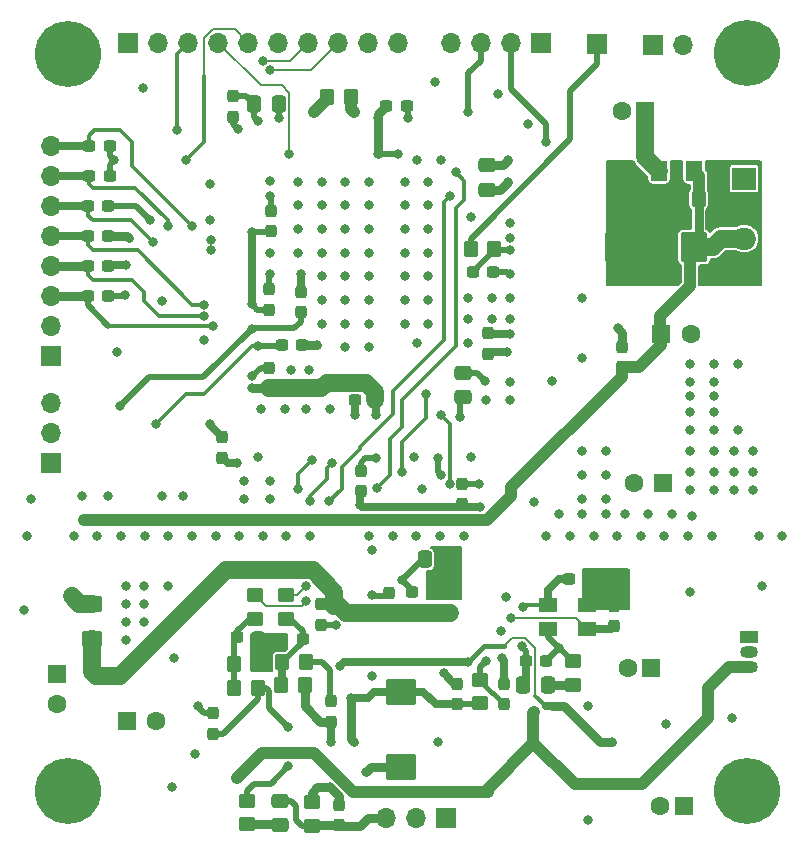
<source format=gbl>
G04 #@! TF.GenerationSoftware,KiCad,Pcbnew,7.0.2*
G04 #@! TF.CreationDate,2023-11-02T18:56:16+01:00*
G04 #@! TF.ProjectId,stm_audio_board_V2,73746d5f-6175-4646-996f-5f626f617264,rev?*
G04 #@! TF.SameCoordinates,Original*
G04 #@! TF.FileFunction,Copper,L4,Bot*
G04 #@! TF.FilePolarity,Positive*
%FSLAX46Y46*%
G04 Gerber Fmt 4.6, Leading zero omitted, Abs format (unit mm)*
G04 Created by KiCad (PCBNEW 7.0.2) date 2023-11-02 18:56:16*
%MOMM*%
%LPD*%
G01*
G04 APERTURE LIST*
G04 Aperture macros list*
%AMRoundRect*
0 Rectangle with rounded corners*
0 $1 Rounding radius*
0 $2 $3 $4 $5 $6 $7 $8 $9 X,Y pos of 4 corners*
0 Add a 4 corners polygon primitive as box body*
4,1,4,$2,$3,$4,$5,$6,$7,$8,$9,$2,$3,0*
0 Add four circle primitives for the rounded corners*
1,1,$1+$1,$2,$3*
1,1,$1+$1,$4,$5*
1,1,$1+$1,$6,$7*
1,1,$1+$1,$8,$9*
0 Add four rect primitives between the rounded corners*
20,1,$1+$1,$2,$3,$4,$5,0*
20,1,$1+$1,$4,$5,$6,$7,0*
20,1,$1+$1,$6,$7,$8,$9,0*
20,1,$1+$1,$8,$9,$2,$3,0*%
G04 Aperture macros list end*
G04 #@! TA.AperFunction,ComponentPad*
%ADD10C,5.600000*%
G04 #@! TD*
G04 #@! TA.AperFunction,ComponentPad*
%ADD11R,2.000000X1.905000*%
G04 #@! TD*
G04 #@! TA.AperFunction,ComponentPad*
%ADD12O,2.000000X1.905000*%
G04 #@! TD*
G04 #@! TA.AperFunction,ComponentPad*
%ADD13R,1.500000X1.050000*%
G04 #@! TD*
G04 #@! TA.AperFunction,ComponentPad*
%ADD14O,1.500000X1.050000*%
G04 #@! TD*
G04 #@! TA.AperFunction,ComponentPad*
%ADD15R,1.700000X1.700000*%
G04 #@! TD*
G04 #@! TA.AperFunction,ComponentPad*
%ADD16O,1.700000X1.700000*%
G04 #@! TD*
G04 #@! TA.AperFunction,SMDPad,CuDef*
%ADD17RoundRect,0.237500X-0.237500X0.300000X-0.237500X-0.300000X0.237500X-0.300000X0.237500X0.300000X0*%
G04 #@! TD*
G04 #@! TA.AperFunction,SMDPad,CuDef*
%ADD18RoundRect,0.237500X-0.300000X-0.237500X0.300000X-0.237500X0.300000X0.237500X-0.300000X0.237500X0*%
G04 #@! TD*
G04 #@! TA.AperFunction,SMDPad,CuDef*
%ADD19RoundRect,0.250000X0.337500X0.475000X-0.337500X0.475000X-0.337500X-0.475000X0.337500X-0.475000X0*%
G04 #@! TD*
G04 #@! TA.AperFunction,ComponentPad*
%ADD20R,1.600000X1.600000*%
G04 #@! TD*
G04 #@! TA.AperFunction,ComponentPad*
%ADD21C,1.600000*%
G04 #@! TD*
G04 #@! TA.AperFunction,SMDPad,CuDef*
%ADD22RoundRect,0.250000X0.350000X0.450000X-0.350000X0.450000X-0.350000X-0.450000X0.350000X-0.450000X0*%
G04 #@! TD*
G04 #@! TA.AperFunction,SMDPad,CuDef*
%ADD23R,1.600000X1.300000*%
G04 #@! TD*
G04 #@! TA.AperFunction,SMDPad,CuDef*
%ADD24RoundRect,0.237500X0.300000X0.237500X-0.300000X0.237500X-0.300000X-0.237500X0.300000X-0.237500X0*%
G04 #@! TD*
G04 #@! TA.AperFunction,SMDPad,CuDef*
%ADD25RoundRect,0.250001X-0.462499X-0.624999X0.462499X-0.624999X0.462499X0.624999X-0.462499X0.624999X0*%
G04 #@! TD*
G04 #@! TA.AperFunction,SMDPad,CuDef*
%ADD26RoundRect,0.250000X-0.450000X0.350000X-0.450000X-0.350000X0.450000X-0.350000X0.450000X0.350000X0*%
G04 #@! TD*
G04 #@! TA.AperFunction,SMDPad,CuDef*
%ADD27RoundRect,0.237500X0.237500X-0.300000X0.237500X0.300000X-0.237500X0.300000X-0.237500X-0.300000X0*%
G04 #@! TD*
G04 #@! TA.AperFunction,SMDPad,CuDef*
%ADD28RoundRect,0.250000X-1.025000X0.875000X-1.025000X-0.875000X1.025000X-0.875000X1.025000X0.875000X0*%
G04 #@! TD*
G04 #@! TA.AperFunction,SMDPad,CuDef*
%ADD29RoundRect,0.250000X-0.350000X-0.450000X0.350000X-0.450000X0.350000X0.450000X-0.350000X0.450000X0*%
G04 #@! TD*
G04 #@! TA.AperFunction,SMDPad,CuDef*
%ADD30RoundRect,0.250001X-0.624999X0.462499X-0.624999X-0.462499X0.624999X-0.462499X0.624999X0.462499X0*%
G04 #@! TD*
G04 #@! TA.AperFunction,SMDPad,CuDef*
%ADD31RoundRect,0.250000X-0.475000X0.337500X-0.475000X-0.337500X0.475000X-0.337500X0.475000X0.337500X0*%
G04 #@! TD*
G04 #@! TA.AperFunction,SMDPad,CuDef*
%ADD32RoundRect,0.250000X-0.337500X-0.475000X0.337500X-0.475000X0.337500X0.475000X-0.337500X0.475000X0*%
G04 #@! TD*
G04 #@! TA.AperFunction,SMDPad,CuDef*
%ADD33RoundRect,0.250000X0.450000X-0.350000X0.450000X0.350000X-0.450000X0.350000X-0.450000X-0.350000X0*%
G04 #@! TD*
G04 #@! TA.AperFunction,SMDPad,CuDef*
%ADD34RoundRect,0.250000X0.475000X-0.337500X0.475000X0.337500X-0.475000X0.337500X-0.475000X-0.337500X0*%
G04 #@! TD*
G04 #@! TA.AperFunction,SMDPad,CuDef*
%ADD35RoundRect,0.250000X0.875000X1.025000X-0.875000X1.025000X-0.875000X-1.025000X0.875000X-1.025000X0*%
G04 #@! TD*
G04 #@! TA.AperFunction,ViaPad*
%ADD36C,0.800000*%
G04 #@! TD*
G04 #@! TA.AperFunction,Conductor*
%ADD37C,0.762000*%
G04 #@! TD*
G04 #@! TA.AperFunction,Conductor*
%ADD38C,0.508000*%
G04 #@! TD*
G04 #@! TA.AperFunction,Conductor*
%ADD39C,0.635000*%
G04 #@! TD*
G04 #@! TA.AperFunction,Conductor*
%ADD40C,1.016000*%
G04 #@! TD*
G04 #@! TA.AperFunction,Conductor*
%ADD41C,0.200000*%
G04 #@! TD*
G04 #@! TA.AperFunction,Conductor*
%ADD42C,1.524000*%
G04 #@! TD*
G04 #@! TA.AperFunction,Conductor*
%ADD43C,0.304800*%
G04 #@! TD*
G04 #@! TA.AperFunction,Conductor*
%ADD44C,0.400000*%
G04 #@! TD*
G04 #@! TA.AperFunction,Conductor*
%ADD45C,0.500000*%
G04 #@! TD*
G04 APERTURE END LIST*
D10*
X245099000Y-112333000D03*
D11*
X244877000Y-60471000D03*
D12*
X244877000Y-63011000D03*
X244877000Y-65551000D03*
D13*
X245325000Y-99275000D03*
D14*
X245325000Y-100545000D03*
X245325000Y-101815000D03*
D15*
X232457000Y-49069000D03*
X192739000Y-48975000D03*
D16*
X195279000Y-48975000D03*
X197819000Y-48975000D03*
X200359000Y-48975000D03*
X202899000Y-48975000D03*
X205439000Y-48975000D03*
X207979000Y-48975000D03*
X210519000Y-48975000D03*
X213059000Y-48975000D03*
X215599000Y-48975000D03*
D10*
X187599000Y-49887000D03*
X245099000Y-49833000D03*
X187599000Y-112333000D03*
D15*
X186229000Y-84563000D03*
D16*
X186229000Y-82023000D03*
X186229000Y-79483000D03*
D15*
X186229000Y-75455000D03*
D16*
X186229000Y-72915000D03*
X186229000Y-70375000D03*
X186229000Y-67835000D03*
X186229000Y-65295000D03*
X186229000Y-62755000D03*
X186229000Y-60215000D03*
X186229000Y-57675000D03*
D15*
X237187000Y-49127000D03*
D16*
X239727000Y-49127000D03*
D15*
X227633000Y-48975000D03*
D16*
X225093000Y-48975000D03*
X222553000Y-48975000D03*
X220013000Y-48975000D03*
D15*
X219613000Y-114601000D03*
D16*
X217073000Y-114601000D03*
X214533000Y-114601000D03*
D17*
X220543000Y-103238524D03*
X220543000Y-104963524D03*
D18*
X189314500Y-67885000D03*
X191039500Y-67885000D03*
D17*
X200657000Y-82378500D03*
X200657000Y-84103500D03*
D19*
X241010500Y-62163000D03*
X238935500Y-62163000D03*
D20*
X236498241Y-54733000D03*
D21*
X234498241Y-54733000D03*
D22*
X203674999Y-103569000D03*
X201674999Y-103569000D03*
D23*
X228309000Y-96595000D03*
X231609000Y-96595000D03*
X231609000Y-98595000D03*
X228309000Y-98595000D03*
D24*
X223603500Y-68346334D03*
X221878500Y-68346334D03*
D25*
X237663500Y-59817000D03*
X240638500Y-59817000D03*
D26*
X206063664Y-95711000D03*
X206063664Y-97711000D03*
D22*
X203709665Y-101537000D03*
X201709665Y-101537000D03*
D20*
X192583000Y-106401759D03*
D21*
X195083000Y-106401759D03*
D18*
X201966500Y-99315004D03*
X203691500Y-99315004D03*
D24*
X213643500Y-79177000D03*
X211918500Y-79177000D03*
D20*
X186714241Y-102437000D03*
D21*
X186714241Y-104937000D03*
D18*
X189314500Y-70431000D03*
X191039500Y-70431000D03*
D27*
X234540000Y-76447500D03*
X234540000Y-74722500D03*
D28*
X215838976Y-103913000D03*
X215838976Y-110313000D03*
D20*
X237843000Y-73635759D03*
D21*
X240343000Y-73635759D03*
D26*
X222541000Y-102901024D03*
X222541000Y-104901024D03*
D24*
X218437500Y-95425000D03*
X216712500Y-95425000D03*
D29*
X205761661Y-101409000D03*
X207761661Y-101409000D03*
D30*
X189617000Y-96439500D03*
X189617000Y-99414500D03*
D31*
X223107400Y-59338300D03*
X223107400Y-61413300D03*
D27*
X204781000Y-64941500D03*
X204781000Y-63216500D03*
X220003000Y-97245500D03*
X220003000Y-95520500D03*
X207321000Y-71753500D03*
X207321000Y-70028500D03*
D32*
X217829500Y-92694000D03*
X219904500Y-92694000D03*
D24*
X231755500Y-94385000D03*
X230030500Y-94385000D03*
D29*
X209582000Y-53594000D03*
X211582000Y-53594000D03*
D27*
X224525000Y-104963524D03*
X224525000Y-103238524D03*
D18*
X189314500Y-65339000D03*
X191039500Y-65339000D03*
X205761163Y-99451000D03*
X207486163Y-99451000D03*
X189432500Y-60267000D03*
X191157500Y-60267000D03*
D17*
X209081000Y-96506500D03*
X209081000Y-98231500D03*
D26*
X203488998Y-95711000D03*
X203488998Y-97711000D03*
D27*
X212393400Y-86910700D03*
X212393400Y-85185700D03*
D17*
X210531999Y-113501500D03*
X210531999Y-115226500D03*
D27*
X201605000Y-55223500D03*
X201605000Y-53498500D03*
D18*
X189426500Y-57727000D03*
X191151500Y-57727000D03*
D22*
X223727000Y-66384334D03*
X221727000Y-66384334D03*
D33*
X202808996Y-115127000D03*
X202808996Y-113127000D03*
D27*
X204653000Y-78195500D03*
X204653000Y-76470500D03*
D34*
X221086400Y-78960300D03*
X221086400Y-76885300D03*
D27*
X221013000Y-88023500D03*
X221013000Y-86298500D03*
D33*
X230373000Y-103325000D03*
X230373000Y-101325000D03*
D20*
X237006241Y-101881000D03*
D21*
X235006241Y-101881000D03*
D20*
X239773000Y-113562241D03*
D21*
X237773000Y-113562241D03*
D19*
X228259500Y-103322000D03*
X226184500Y-103322000D03*
D33*
X208262996Y-115241000D03*
X208262996Y-113241000D03*
D27*
X209908330Y-106429500D03*
X209908330Y-104704500D03*
D18*
X189314500Y-62793000D03*
X191039500Y-62793000D03*
D17*
X223163000Y-73552500D03*
X223163000Y-75277500D03*
D27*
X204653000Y-71561500D03*
X204653000Y-69836500D03*
D35*
X240633000Y-66257000D03*
X234233000Y-66257000D03*
D19*
X205450100Y-54178200D03*
X203375100Y-54178200D03*
D34*
X205609004Y-115210500D03*
X205609004Y-113135500D03*
D18*
X205738500Y-74575000D03*
X207463500Y-74575000D03*
D27*
X233831000Y-98361500D03*
X233831000Y-96636500D03*
D18*
X214564476Y-54315000D03*
X216289476Y-54315000D03*
D17*
X199896996Y-105748501D03*
X199896996Y-107473501D03*
D20*
X238022241Y-86229000D03*
D21*
X235522241Y-86229000D03*
D27*
X214771000Y-97233494D03*
X214771000Y-95508494D03*
D24*
X228089500Y-101297000D03*
X226364500Y-101297000D03*
D22*
X207693000Y-103377668D03*
X205693000Y-103377668D03*
D36*
X210312000Y-98298000D03*
X216120000Y-70740000D03*
X225044000Y-72346000D03*
X213120000Y-60740000D03*
X207120000Y-60740000D03*
X242316000Y-80264000D03*
X248120000Y-90740000D03*
X207314800Y-68580000D03*
X245618000Y-85344000D03*
X217120000Y-90740000D03*
X240284000Y-77724000D03*
X208026000Y-76708000D03*
X204724000Y-66802000D03*
X196120000Y-90740000D03*
X211120000Y-74740000D03*
X201930000Y-84582000D03*
X240284000Y-85344000D03*
X237744000Y-68072000D03*
X244030000Y-83566000D03*
X213120000Y-66740000D03*
X194056000Y-94996000D03*
X232120000Y-90740000D03*
X207120000Y-66740000D03*
X238760000Y-88900000D03*
X207120000Y-64740000D03*
X192481200Y-70358000D03*
X231172000Y-88900000D03*
X211120000Y-68740000D03*
X235204000Y-69088000D03*
X231140000Y-83566000D03*
X200120000Y-90740000D03*
X240120000Y-90740000D03*
X233121200Y-94183200D03*
X240284000Y-86868000D03*
X204724000Y-87630000D03*
X221520000Y-70612000D03*
X192532000Y-98044000D03*
X231140000Y-87566000D03*
X237744000Y-61976000D03*
X242316000Y-76200000D03*
X213120000Y-90740000D03*
X211836000Y-54864000D03*
X234645200Y-94183200D03*
X204724000Y-60706000D03*
X240284000Y-81788000D03*
X230120000Y-90740000D03*
X216120000Y-60740000D03*
X207804000Y-80010000D03*
X213360000Y-95758000D03*
X222453200Y-86309200D03*
X198374000Y-109220000D03*
X209120000Y-64740000D03*
X236220000Y-65024000D03*
X221520000Y-72390000D03*
X213120000Y-74740000D03*
X199644000Y-64008000D03*
X242824000Y-61976000D03*
X219120000Y-90740000D03*
X231140000Y-75692000D03*
X223044000Y-79248000D03*
X192532000Y-94996000D03*
X244030000Y-85344000D03*
X245618000Y-86868000D03*
X243840000Y-106172000D03*
X244348000Y-76200000D03*
X236220000Y-63500000D03*
X213120000Y-64740000D03*
X209120000Y-66740000D03*
X234188000Y-64008000D03*
X218120000Y-60740000D03*
X242824000Y-59944000D03*
X217170000Y-74422000D03*
X202120000Y-90740000D03*
X195580000Y-70803500D03*
X218120000Y-70740000D03*
X233172000Y-87566000D03*
X233172000Y-85566000D03*
X231648000Y-114808000D03*
X231137500Y-70612000D03*
X208687000Y-74575000D03*
X202539600Y-87630000D03*
X216916000Y-84074000D03*
X242316000Y-81788000D03*
X194056000Y-98044000D03*
X236220000Y-68072000D03*
X194564000Y-64008000D03*
X218120000Y-62740000D03*
X216408000Y-55372000D03*
X239268000Y-63500000D03*
X195580000Y-87376000D03*
X206502000Y-76708000D03*
X218948000Y-94234000D03*
X246120000Y-90740000D03*
X224282000Y-98806000D03*
X242284000Y-86868000D03*
X216120000Y-68740000D03*
X203200000Y-77216000D03*
X217202000Y-58928000D03*
X211918500Y-80518000D03*
X238252000Y-106680000D03*
X213664800Y-84124800D03*
X211120000Y-66740000D03*
X224790000Y-75184000D03*
X221742000Y-84074000D03*
X211120000Y-64740000D03*
X244348000Y-69088000D03*
X209804000Y-80010000D03*
X233172000Y-83566000D03*
X211120000Y-60740000D03*
X244348000Y-81788000D03*
X228120000Y-90740000D03*
X221488000Y-74422000D03*
X209804000Y-112014000D03*
X208120000Y-90740000D03*
X219202000Y-58928000D03*
X192532000Y-99568000D03*
X184120000Y-90740000D03*
X228600000Y-77597000D03*
X237744000Y-66548000D03*
X198120000Y-90740000D03*
X198628000Y-105156000D03*
X234188000Y-73152000D03*
X209120000Y-60740000D03*
X236728000Y-69088000D03*
X234120000Y-90740000D03*
X236220000Y-66548000D03*
X224332800Y-101092000D03*
X203994000Y-80010000D03*
X211120000Y-70740000D03*
X204724000Y-86106000D03*
X209120000Y-72740000D03*
X194120000Y-90740000D03*
X242120000Y-90740000D03*
X233680000Y-69088000D03*
X225044000Y-70612000D03*
X213360000Y-102616000D03*
X219456000Y-102362000D03*
X206120000Y-90740000D03*
X199745600Y-65633600D03*
X242316000Y-77724000D03*
X216120000Y-62740000D03*
X215120000Y-90740000D03*
X223520000Y-72390000D03*
X237744000Y-63500000D03*
X184531000Y-87630000D03*
X229172000Y-88900000D03*
X242284000Y-85344000D03*
X199136000Y-74168000D03*
X188823600Y-87376000D03*
X202539600Y-86106000D03*
X240284000Y-83566000D03*
X234645200Y-95199200D03*
X225044000Y-64262000D03*
X236120000Y-90740000D03*
X231648000Y-105156000D03*
X238120000Y-90740000D03*
X209120000Y-70740000D03*
X225044000Y-77724000D03*
X191770000Y-75184000D03*
X220345000Y-94234000D03*
X217576400Y-86715600D03*
X245618000Y-83566000D03*
X235204000Y-60960000D03*
X196437523Y-111960705D03*
X222961200Y-77622400D03*
X225044000Y-79248000D03*
X237744000Y-65024000D03*
X204724000Y-100457000D03*
X199745600Y-66548000D03*
X194056000Y-96520000D03*
X205994000Y-80010000D03*
X234760000Y-88900000D03*
X218120000Y-72740000D03*
X242824000Y-67564000D03*
X246380000Y-94996000D03*
X236760000Y-88900000D03*
X240284000Y-95504000D03*
X218120000Y-64740000D03*
X218120000Y-68740000D03*
X209120000Y-68740000D03*
X245872000Y-69088000D03*
X218948000Y-108204000D03*
X223520000Y-70612000D03*
X236220000Y-61976000D03*
X211120000Y-72740000D03*
X234188000Y-59944000D03*
X196088000Y-94996000D03*
X209120000Y-62740000D03*
X203708000Y-55563576D03*
X216120000Y-72740000D03*
X245872000Y-67564000D03*
X231140000Y-85566000D03*
X234188000Y-61976000D03*
X221120000Y-90740000D03*
X199644000Y-60960000D03*
X191008000Y-87376000D03*
X226568000Y-55880000D03*
X244348000Y-67564000D03*
X240284000Y-76200000D03*
X213120000Y-68740000D03*
X213120000Y-70740000D03*
X224028000Y-53340000D03*
X204120000Y-90740000D03*
X224698128Y-95918628D03*
X213120000Y-72740000D03*
X192786000Y-65532000D03*
X188120000Y-90740000D03*
X216120000Y-64740000D03*
X212852000Y-110744000D03*
X211120000Y-62740000D03*
X227076000Y-87884000D03*
X192532000Y-96520000D03*
X242284000Y-83566000D03*
X216120000Y-66740000D03*
X192120000Y-90740000D03*
X242824000Y-69088000D03*
X196596000Y-101092000D03*
X240284000Y-80264000D03*
X233121200Y-95199200D03*
X233172000Y-88900000D03*
X218120000Y-66740000D03*
X204724000Y-61976000D03*
X197358000Y-87376000D03*
X244030000Y-86868000D03*
X203708000Y-84074000D03*
X213120000Y-62740000D03*
X204724000Y-68580000D03*
X190120000Y-90740000D03*
X225044000Y-65532000D03*
X229209250Y-100177250D03*
X225044000Y-68580000D03*
X238252000Y-69088000D03*
X240437000Y-89057000D03*
X242316000Y-78846000D03*
X207120000Y-62740000D03*
X213360000Y-91948000D03*
X183896000Y-97028000D03*
X191516000Y-58928000D03*
X221742000Y-63754000D03*
X192532000Y-67818000D03*
X242824000Y-63500000D03*
X240284000Y-78846000D03*
X224840800Y-60756800D03*
X208471500Y-54852158D03*
X196850000Y-56388000D03*
X206360613Y-58420000D03*
X197612000Y-58928000D03*
X204136671Y-50499267D03*
X188976000Y-89408000D03*
X187960000Y-95813000D03*
X204724000Y-51308000D03*
X222474344Y-88285000D03*
X203200000Y-65024000D03*
X203200000Y-71120000D03*
X213868000Y-55372000D03*
X193979800Y-52781200D03*
X215571500Y-58420000D03*
X202058288Y-56259712D03*
X225044000Y-73660000D03*
X199644000Y-81280000D03*
X218694000Y-52324000D03*
X212344000Y-88138000D03*
X213676500Y-80518000D03*
X203200000Y-78232000D03*
X213868000Y-58420000D03*
X223012000Y-101346000D03*
X219938500Y-86360000D03*
X219202000Y-80518000D03*
X217932000Y-78740000D03*
X215900000Y-85344000D03*
X208280000Y-84328000D03*
X207120000Y-86740000D03*
X219188622Y-85584622D03*
X218948000Y-84136500D03*
X209745378Y-87798622D03*
X219964000Y-61976000D03*
X213763211Y-86656289D03*
X220472000Y-59944000D03*
X208120000Y-87740000D03*
X210005833Y-84529833D03*
X211836000Y-108204000D03*
X211601000Y-104413000D03*
X210171622Y-96633622D03*
X189992000Y-102616000D03*
X214771000Y-97233494D03*
X225044000Y-66548000D03*
X225171000Y-97645000D03*
X226187000Y-96774000D03*
X226060000Y-100076000D03*
X201930000Y-111252000D03*
X227025721Y-108254279D03*
X227076000Y-105664000D03*
X210693000Y-101727000D03*
X233680000Y-108204000D03*
X221491442Y-101403096D03*
X215900000Y-94488000D03*
X228092000Y-57404000D03*
X221488000Y-54864000D03*
X207772000Y-94996000D03*
X207772000Y-96266000D03*
X206248000Y-110236000D03*
X195072000Y-81280000D03*
X203708000Y-74676000D03*
X199136000Y-72136000D03*
X198120000Y-64516000D03*
X199884622Y-72911378D03*
X196088000Y-64516000D03*
X194789157Y-65814843D03*
X192024000Y-79756000D03*
X203195076Y-73156924D03*
X199120535Y-71135465D03*
X209905600Y-108204000D03*
X206248000Y-106934000D03*
X220827600Y-80619600D03*
X224872000Y-58928000D03*
X205486000Y-55372000D03*
D37*
X234188000Y-73152000D02*
X234569000Y-73533000D01*
D38*
X202695400Y-53498500D02*
X203375100Y-54178200D01*
X223603500Y-68346334D02*
X224810334Y-68346334D01*
D37*
X224184300Y-61413300D02*
X224840800Y-60756800D01*
D39*
X220332524Y-103238524D02*
X219456000Y-102362000D01*
D38*
X229209250Y-100177250D02*
X228089500Y-101297000D01*
X201605000Y-53498500D02*
X202695400Y-53498500D01*
D40*
X211582000Y-53594000D02*
X211582000Y-54610000D01*
D38*
X204781000Y-62033000D02*
X204724000Y-61976000D01*
D39*
X224790000Y-75184000D02*
X223256500Y-75184000D01*
D38*
X229225250Y-100177250D02*
X230373000Y-101325000D01*
D39*
X207321000Y-68586200D02*
X207321000Y-70028500D01*
D37*
X208687000Y-74575000D02*
X207463500Y-74575000D01*
D38*
X191151500Y-58563500D02*
X191516000Y-58928000D01*
X194564000Y-64008000D02*
X193349000Y-62793000D01*
D41*
X213360000Y-91948000D02*
X213471000Y-92059000D01*
D37*
X208280000Y-112944000D02*
X208280000Y-112471200D01*
D38*
X191516000Y-58928000D02*
X191157500Y-59286500D01*
X204781000Y-63216500D02*
X204781000Y-62033000D01*
D39*
X201930000Y-84582000D02*
X201135500Y-84582000D01*
D38*
X210312000Y-98298000D02*
X209147500Y-98298000D01*
X216408000Y-55372000D02*
X216408000Y-54433524D01*
X229209250Y-100177250D02*
X229225250Y-100177250D01*
X224810334Y-68346334D02*
X225044000Y-68580000D01*
X204653000Y-68651000D02*
X204724000Y-68580000D01*
D40*
X211582000Y-54610000D02*
X211836000Y-54864000D01*
D38*
X204653000Y-69836500D02*
X204653000Y-68651000D01*
X214771000Y-95762494D02*
X213364494Y-95762494D01*
X216408000Y-54433524D02*
X216289476Y-54315000D01*
D37*
X234569000Y-74693500D02*
X234540000Y-74722500D01*
D39*
X207314800Y-68580000D02*
X207321000Y-68586200D01*
D38*
X228309000Y-99277000D02*
X228309000Y-98595000D01*
D41*
X213364494Y-95762494D02*
X213360000Y-95758000D01*
D39*
X220522800Y-103218324D02*
X220543000Y-103238524D01*
D38*
X222453200Y-86309200D02*
X222442500Y-86298500D01*
D39*
X220543000Y-103238524D02*
X220332524Y-103238524D01*
D37*
X208577000Y-113241000D02*
X208280000Y-112944000D01*
X208737200Y-112014000D02*
X209804000Y-112014000D01*
X238935500Y-62163000D02*
X237931000Y-62163000D01*
X208280000Y-112471200D02*
X208737200Y-112014000D01*
D38*
X212393400Y-85185700D02*
X212393400Y-84532600D01*
D37*
X210531999Y-113501500D02*
X210531999Y-112741999D01*
X215838976Y-110313000D02*
X213283000Y-110313000D01*
X210531999Y-112741999D02*
X209804000Y-112014000D01*
D38*
X191157500Y-59286500D02*
X191157500Y-60267000D01*
X212393400Y-84532600D02*
X212801200Y-84124800D01*
X221086400Y-76885300D02*
X222224100Y-76885300D01*
X198628000Y-105240501D02*
X198628000Y-105156000D01*
D37*
X192593000Y-65339000D02*
X192786000Y-65532000D01*
D38*
X191151500Y-57727000D02*
X191151500Y-58563500D01*
X204653000Y-76470500D02*
X203945500Y-76470500D01*
X222442500Y-86298500D02*
X221013000Y-86298500D01*
X193349000Y-62793000D02*
X191039500Y-62793000D01*
D37*
X213283000Y-110313000D02*
X212852000Y-110744000D01*
D38*
X229209250Y-100177250D02*
X228309000Y-99277000D01*
X192481200Y-70358000D02*
X192408200Y-70431000D01*
X203375100Y-55230676D02*
X203375100Y-54178200D01*
D37*
X234233000Y-64053000D02*
X234188000Y-64008000D01*
D39*
X224332800Y-101092000D02*
X224525000Y-101284200D01*
D38*
X192408200Y-70431000D02*
X191039500Y-70431000D01*
D37*
X223107400Y-61413300D02*
X224184300Y-61413300D01*
D38*
X212801200Y-84124800D02*
X213664800Y-84124800D01*
X199136000Y-105748501D02*
X198628000Y-105240501D01*
D39*
X201135500Y-84582000D02*
X200657000Y-84103500D01*
X192532000Y-67818000D02*
X191106500Y-67818000D01*
X211918500Y-80518000D02*
X211918500Y-79177000D01*
D37*
X191039500Y-65339000D02*
X192593000Y-65339000D01*
D38*
X203708000Y-55563576D02*
X203375100Y-55230676D01*
D42*
X234233000Y-66257000D02*
X234233000Y-64053000D01*
D39*
X224525000Y-101284200D02*
X224525000Y-103238524D01*
D38*
X222224100Y-76885300D02*
X222961200Y-77622400D01*
X199136000Y-105748501D02*
X199896996Y-105748501D01*
X203945500Y-76470500D02*
X203200000Y-77216000D01*
D37*
X234569000Y-73533000D02*
X234569000Y-74693500D01*
D38*
X191106500Y-67818000D02*
X191039500Y-67885000D01*
D37*
X237931000Y-62163000D02*
X237744000Y-61976000D01*
D40*
X209582000Y-53594000D02*
X209582000Y-53741658D01*
X209582000Y-53741658D02*
X208471500Y-54852158D01*
D43*
X196850000Y-49944000D02*
X197819000Y-48975000D01*
X196850000Y-56388000D02*
X196850000Y-49944000D01*
D41*
X206360613Y-53198613D02*
X205740000Y-52578000D01*
X205740000Y-52578000D02*
X203962000Y-52578000D01*
X206360613Y-58420000D02*
X206360613Y-53198613D01*
X203962000Y-52578000D02*
X200359000Y-48975000D01*
X199882654Y-47825000D02*
X199136000Y-48571654D01*
X201749000Y-47825000D02*
X199882654Y-47825000D01*
D43*
X197612000Y-58928000D02*
X199136000Y-57404000D01*
D41*
X202899000Y-48975000D02*
X201749000Y-47825000D01*
X199136000Y-48571654D02*
X199136000Y-51816000D01*
D43*
X199136000Y-57404000D02*
X199136000Y-51816000D01*
D41*
X204136671Y-50499267D02*
X206454733Y-50499267D01*
X206454733Y-50499267D02*
X207979000Y-48975000D01*
D40*
X225171000Y-87376000D02*
X223139000Y-89408000D01*
X241046000Y-62127500D02*
X241010500Y-62163000D01*
D42*
X240633000Y-66257000D02*
X242204841Y-66257000D01*
D40*
X240284000Y-69596000D02*
X240284000Y-66606000D01*
X225171000Y-86604344D02*
X225171000Y-87376000D01*
X237843000Y-74577000D02*
X237843000Y-73635759D01*
D42*
X242910841Y-65551000D02*
X244877000Y-65551000D01*
D37*
X241010500Y-65879500D02*
X240633000Y-66257000D01*
D40*
X240638500Y-59817000D02*
X241046000Y-60224500D01*
X223139000Y-89408000D02*
X188976000Y-89408000D01*
X234540000Y-77235344D02*
X225171000Y-86604344D01*
X234540000Y-76447500D02*
X235972500Y-76447500D01*
D37*
X241010500Y-62163000D02*
X241010500Y-65879500D01*
D42*
X242204841Y-66257000D02*
X242910841Y-65551000D01*
D40*
X235972500Y-76447500D02*
X237843000Y-74577000D01*
X237744000Y-73536759D02*
X237744000Y-72136000D01*
X241046000Y-60224500D02*
X241046000Y-62127500D01*
X237744000Y-72136000D02*
X240284000Y-69596000D01*
X234540000Y-76447500D02*
X234540000Y-77235344D01*
D42*
X189617000Y-96439500D02*
X188586500Y-96439500D01*
X188586500Y-96439500D02*
X187960000Y-95813000D01*
D41*
X204724000Y-51308000D02*
X208186000Y-51308000D01*
X208186000Y-51308000D02*
X210519000Y-48975000D01*
X222474344Y-88285000D02*
X222212844Y-88023500D01*
D42*
X204689500Y-78232000D02*
X209042000Y-78232000D01*
X212868000Y-77740000D02*
X213643500Y-78515500D01*
D39*
X212344000Y-86960100D02*
X212393400Y-86910700D01*
X212491000Y-88285000D02*
X212344000Y-88138000D01*
D38*
X204653000Y-71561500D02*
X203641500Y-71561500D01*
D41*
X222212844Y-88023500D02*
X221013000Y-88023500D01*
D37*
X213868000Y-55372000D02*
X213868000Y-55011476D01*
D39*
X203200000Y-71120000D02*
X203200000Y-65024000D01*
X212344000Y-88138000D02*
X212344000Y-86960100D01*
X222474344Y-88285000D02*
X212491000Y-88285000D01*
D38*
X201605000Y-55223500D02*
X201605000Y-55806424D01*
D42*
X209042000Y-78232000D02*
X209534000Y-77740000D01*
X204653000Y-78195500D02*
X204689500Y-78232000D01*
D39*
X199644000Y-81365500D02*
X200657000Y-82378500D01*
D38*
X213868000Y-58420000D02*
X215571500Y-58420000D01*
D42*
X209534000Y-77740000D02*
X212868000Y-77740000D01*
D38*
X203641500Y-71561500D02*
X203200000Y-71120000D01*
D37*
X213868000Y-55372000D02*
X213868000Y-58420000D01*
D42*
X213643500Y-78515500D02*
X213643500Y-79177000D01*
D39*
X213676500Y-79210000D02*
X213643500Y-79177000D01*
D37*
X213868000Y-55011476D02*
X214564476Y-54315000D01*
D38*
X201605000Y-55806424D02*
X202058288Y-56259712D01*
D39*
X225044000Y-73660000D02*
X223270500Y-73660000D01*
X213676500Y-80518000D02*
X213676500Y-79210000D01*
X199644000Y-81280000D02*
X199644000Y-81365500D01*
D37*
X203200000Y-78232000D02*
X204616500Y-78232000D01*
D38*
X203200000Y-65024000D02*
X204355500Y-65024000D01*
X222541000Y-102901024D02*
X222541000Y-101817000D01*
D44*
X222541000Y-102979524D02*
X224525000Y-104963524D01*
D38*
X222541000Y-101817000D02*
X223012000Y-101346000D01*
D41*
X219964000Y-86334500D02*
X219938500Y-86360000D01*
D43*
X219202000Y-80518000D02*
X219964000Y-81280000D01*
X219964000Y-81280000D02*
X219964000Y-86334500D01*
X215900000Y-82804000D02*
X215900000Y-85344000D01*
X217932000Y-78740000D02*
X217932000Y-80772000D01*
X217932000Y-80772000D02*
X215900000Y-82804000D01*
X207120000Y-86740000D02*
X207120000Y-85488000D01*
X207120000Y-85488000D02*
X208280000Y-84328000D01*
D38*
X218948000Y-85344000D02*
X218948000Y-84136500D01*
X219188622Y-85584622D02*
X218948000Y-85344000D01*
D43*
X210820000Y-84886800D02*
X212317955Y-83388845D01*
X215138000Y-80365600D02*
X215138000Y-78486000D01*
X212317955Y-83185645D02*
X215138000Y-80365600D01*
X219456000Y-62484000D02*
X219964000Y-61976000D01*
X219456000Y-74168000D02*
X219456000Y-62484000D01*
X215138000Y-78486000D02*
X219456000Y-74168000D01*
X209745378Y-87798622D02*
X210820000Y-86724000D01*
X210820000Y-86724000D02*
X210820000Y-84886800D01*
X212317955Y-83388845D02*
X212317955Y-83185645D01*
X214884000Y-85535500D02*
X213763211Y-86656289D01*
X214884000Y-82550000D02*
X214884000Y-85535500D01*
X220472000Y-62965950D02*
X220472000Y-74676000D01*
X220472000Y-74676000D02*
X215900000Y-79248000D01*
X215900000Y-79248000D02*
X215900000Y-81534000D01*
X215900000Y-81534000D02*
X214884000Y-82550000D01*
X221172000Y-60644000D02*
X221172000Y-62265950D01*
X221172000Y-62265950D02*
X220472000Y-62965950D01*
X220472000Y-59944000D02*
X221172000Y-60644000D01*
X208120000Y-87298000D02*
X209550000Y-85868000D01*
X209550000Y-84985666D02*
X210005833Y-84529833D01*
X209550000Y-85868000D02*
X209550000Y-84985666D01*
X208120000Y-87740000D02*
X208120000Y-87298000D01*
D39*
X215838976Y-103913000D02*
X217705000Y-103913000D01*
X213536200Y-103913000D02*
X215838976Y-103913000D01*
X218755524Y-104963524D02*
X220543000Y-104963524D01*
X211601000Y-104413000D02*
X213036200Y-104413000D01*
D45*
X222478500Y-104963524D02*
X220543000Y-104963524D01*
D39*
X217705000Y-103913000D02*
X218755524Y-104963524D01*
D37*
X211836000Y-108204000D02*
X211582000Y-107950000D01*
X211582000Y-104432000D02*
X211601000Y-104413000D01*
X211582000Y-107950000D02*
X211582000Y-104432000D01*
D39*
X213036200Y-104413000D02*
X213536200Y-103913000D01*
D41*
X209081000Y-96506500D02*
X210044500Y-96506500D01*
D42*
X189617000Y-102241000D02*
X189992000Y-102616000D01*
X219990994Y-97233494D02*
X220003000Y-97245500D01*
X210171622Y-95469463D02*
X210171622Y-96633622D01*
X189617000Y-99414500D02*
X189617000Y-102241000D01*
X201006000Y-93634000D02*
X192024000Y-102616000D01*
X214771000Y-97233494D02*
X219990994Y-97233494D01*
D37*
X189992000Y-99789500D02*
X189617000Y-99414500D01*
D42*
X210573781Y-96633622D02*
X210171622Y-96633622D01*
X214771000Y-97233494D02*
X211173653Y-97233494D01*
X201006000Y-93634000D02*
X208336159Y-93634000D01*
X211173653Y-97233494D02*
X210573781Y-96633622D01*
X192024000Y-102616000D02*
X189992000Y-102616000D01*
D41*
X210044500Y-96506500D02*
X210171622Y-96633622D01*
D42*
X208336159Y-93634000D02*
X210171622Y-95469463D01*
D38*
X201709665Y-101537000D02*
X201709665Y-103534334D01*
X203002999Y-97711000D02*
X203488998Y-97711000D01*
X201709665Y-101537000D02*
X201709665Y-99571839D01*
X201966500Y-98747499D02*
X203002999Y-97711000D01*
X201966500Y-99233498D02*
X201966500Y-98747499D01*
X209804000Y-102108000D02*
X209105000Y-101409000D01*
X209804000Y-104600170D02*
X209804000Y-102108000D01*
X209105000Y-101409000D02*
X207761661Y-101409000D01*
D37*
X213059000Y-114601000D02*
X212344000Y-115316000D01*
X214533000Y-114601000D02*
X213059000Y-114601000D01*
D38*
X206959200Y-114757200D02*
X207443000Y-115241000D01*
X207443000Y-115241000D02*
X208262996Y-115241000D01*
X206505900Y-113135500D02*
X206959200Y-113588800D01*
X206959200Y-113588800D02*
X206959200Y-114757200D01*
D37*
X210531999Y-115226500D02*
X208277496Y-115226500D01*
X212344000Y-115316000D02*
X210621499Y-115316000D01*
D38*
X205609004Y-113135500D02*
X206505900Y-113135500D01*
X207486163Y-99684498D02*
X205761661Y-101409000D01*
X206423000Y-97711000D02*
X206063664Y-97711000D01*
D39*
X205761661Y-101409000D02*
X205761661Y-103309007D01*
D38*
X207486163Y-99133499D02*
X207486163Y-98774163D01*
X207486163Y-98774163D02*
X206423000Y-97711000D01*
X225044000Y-66548000D02*
X223890666Y-66548000D01*
X223727000Y-66497834D02*
X221878500Y-68346334D01*
D39*
X231609000Y-98595000D02*
X233597500Y-98595000D01*
D41*
X225171000Y-97645000D02*
X230659000Y-97645000D01*
X230659000Y-97645000D02*
X231609000Y-98595000D01*
D39*
X228309000Y-96595000D02*
X228309000Y-95287000D01*
D43*
X226187000Y-96774000D02*
X226366000Y-96595000D01*
X226366000Y-96595000D02*
X228309000Y-96595000D01*
D39*
X229211000Y-94385000D02*
X230030500Y-94385000D01*
X228309000Y-95287000D02*
X229211000Y-94385000D01*
D37*
X202808996Y-115127000D02*
X205525504Y-115127000D01*
X228084500Y-103322000D02*
X230370000Y-103322000D01*
D38*
X226060000Y-100076000D02*
X226060000Y-100177600D01*
X226060000Y-100177600D02*
X226364800Y-100482400D01*
D39*
X226364500Y-101297000D02*
X226364500Y-103317000D01*
D38*
X226364800Y-101296700D02*
X226364500Y-101297000D01*
X226364800Y-100482400D02*
X226364800Y-101296700D01*
D40*
X227025721Y-105714279D02*
X227025721Y-108254279D01*
X211716949Y-112360000D02*
X208484949Y-109128000D01*
X208484949Y-109128000D02*
X204054000Y-109128000D01*
X236220000Y-111760000D02*
X241808000Y-106172000D01*
X243625000Y-101815000D02*
X245325000Y-101815000D01*
X227076000Y-105664000D02*
X227025721Y-105714279D01*
X241808000Y-103632000D02*
X243625000Y-101815000D01*
X230531442Y-111760000D02*
X236220000Y-111760000D01*
X227025721Y-108254279D02*
X230531442Y-111760000D01*
X204054000Y-109128000D02*
X201930000Y-111252000D01*
X223174000Y-112360000D02*
X211716949Y-112360000D01*
X241808000Y-106172000D02*
X241808000Y-103632000D01*
X223174000Y-112360000D02*
X223174000Y-112106000D01*
X223174000Y-112106000D02*
X227025721Y-108254279D01*
D37*
X228600000Y-105156000D02*
X229616000Y-105156000D01*
D39*
X228600000Y-105156000D02*
X228092000Y-105156000D01*
X211016904Y-101403096D02*
X221491442Y-101403096D01*
D43*
X228092000Y-105156000D02*
X227202000Y-104266000D01*
D41*
X227202000Y-100228050D02*
X226349950Y-99376000D01*
X225236000Y-99376000D02*
X224536000Y-100076000D01*
X227202000Y-104266000D02*
X227202000Y-100228050D01*
D44*
X221491442Y-101403096D02*
X222818538Y-100076000D01*
D37*
X229616000Y-105156000D02*
X232664000Y-108204000D01*
D39*
X210693000Y-101727000D02*
X211016904Y-101403096D01*
D37*
X232664000Y-108204000D02*
X233680000Y-108204000D01*
D44*
X222818538Y-100076000D02*
X224536000Y-100076000D01*
D41*
X226349950Y-99376000D02*
X225236000Y-99376000D01*
D38*
X217440000Y-92948000D02*
X215900000Y-94488000D01*
X217829500Y-92948000D02*
X217440000Y-92948000D01*
X215900000Y-94488000D02*
X216712500Y-95300500D01*
X228092000Y-55880000D02*
X228092000Y-57404000D01*
X225093000Y-48975000D02*
X225093000Y-52881000D01*
X225093000Y-52881000D02*
X228092000Y-55880000D01*
X221488000Y-51562000D02*
X221488000Y-54864000D01*
X222553000Y-50497000D02*
X221488000Y-51562000D01*
X222553000Y-48975000D02*
X222553000Y-50497000D01*
X230124000Y-57150000D02*
X221727000Y-65547000D01*
X230124000Y-53086000D02*
X230124000Y-57150000D01*
X232457000Y-50753000D02*
X230124000Y-53086000D01*
X221727000Y-65547000D02*
X221727000Y-66384334D01*
X232457000Y-49069000D02*
X232457000Y-50753000D01*
D42*
X236498241Y-58651741D02*
X237663500Y-59817000D01*
X236498241Y-54733000D02*
X236498241Y-58651741D01*
D41*
X207057000Y-95711000D02*
X207772000Y-94996000D01*
X206063664Y-95711000D02*
X207057000Y-95711000D01*
X204388998Y-96611000D02*
X203488998Y-95711000D01*
X207427000Y-96611000D02*
X204388998Y-96611000D01*
X207772000Y-96266000D02*
X207427000Y-96611000D01*
D38*
X203403200Y-111709200D02*
X204774800Y-111709200D01*
X202808996Y-112303404D02*
X203403200Y-111709200D01*
X202808996Y-113127000D02*
X202808996Y-112303404D01*
X204774800Y-111709200D02*
X206248000Y-110236000D01*
D43*
X203708000Y-74676000D02*
X203200000Y-74676000D01*
X203200000Y-74676000D02*
X199136000Y-78740000D01*
X197612000Y-78740000D02*
X195072000Y-81280000D01*
X199136000Y-78740000D02*
X197612000Y-78740000D01*
D38*
X203708000Y-74676000D02*
X205637500Y-74676000D01*
D37*
X189264500Y-67835000D02*
X186229000Y-67835000D01*
D43*
X194056000Y-70858777D02*
X194056000Y-70104000D01*
X193040000Y-69088000D02*
X189738000Y-69088000D01*
X189738000Y-69088000D02*
X189314500Y-68664500D01*
X199136000Y-72136000D02*
X195333223Y-72136000D01*
X189314500Y-68664500D02*
X189314500Y-67885000D01*
X194056000Y-70104000D02*
X193040000Y-69088000D01*
X195333223Y-72136000D02*
X194056000Y-70858777D01*
D39*
X189374500Y-57675000D02*
X186229000Y-57675000D01*
D43*
X192024000Y-56388000D02*
X189870750Y-56388000D01*
X189870750Y-56388000D02*
X189426500Y-56832250D01*
X189426500Y-56832250D02*
X189426500Y-57727000D01*
X193040000Y-59436000D02*
X193040000Y-57404000D01*
X193040000Y-57404000D02*
X192024000Y-56388000D01*
X198120000Y-64516000D02*
X193040000Y-59436000D01*
X199884622Y-72911378D02*
X191021378Y-72911378D01*
D38*
X189314500Y-71204500D02*
X189314500Y-70431000D01*
D37*
X189258500Y-70375000D02*
X186229000Y-70375000D01*
D38*
X191021378Y-72911378D02*
X189314500Y-71204500D01*
D43*
X189432500Y-60908500D02*
X189432500Y-60267000D01*
X189747600Y-61223600D02*
X189432500Y-60908500D01*
X196088000Y-64516000D02*
X196088000Y-64008000D01*
D39*
X189380500Y-60215000D02*
X186229000Y-60215000D01*
D43*
X193303600Y-61223600D02*
X189747600Y-61223600D01*
X196088000Y-64008000D02*
X193303600Y-61223600D01*
D39*
X189276500Y-62755000D02*
X186229000Y-62755000D01*
D43*
X189720900Y-64008000D02*
X189314500Y-63601600D01*
X194789157Y-65814843D02*
X192982314Y-64008000D01*
X192982314Y-64008000D02*
X189720900Y-64008000D01*
X189314500Y-63601600D02*
X189314500Y-62793000D01*
D38*
X199080400Y-77271600D02*
X203195076Y-73156924D01*
X207321000Y-72587000D02*
X206770000Y-73138000D01*
X207321000Y-71753500D02*
X207321000Y-72587000D01*
X206770000Y-73138000D02*
X203214000Y-73138000D01*
X192024000Y-79756000D02*
X194508400Y-77271600D01*
X203214000Y-73138000D02*
X203195076Y-73156924D01*
X194508400Y-77271600D02*
X199080400Y-77271600D01*
D43*
X193548000Y-66548000D02*
X189738000Y-66548000D01*
X189738000Y-66548000D02*
X189314500Y-66124500D01*
D39*
X189270500Y-65295000D02*
X186229000Y-65295000D01*
D43*
X189314500Y-66124500D02*
X189314500Y-65339000D01*
X199120535Y-71135465D02*
X198135465Y-71135465D01*
X198135465Y-71135465D02*
X193548000Y-66548000D01*
D37*
X207693000Y-103377668D02*
X207693000Y-105127800D01*
X208994700Y-106429500D02*
X209908330Y-106429500D01*
X207693000Y-105127800D02*
X208994700Y-106429500D01*
D39*
X209908330Y-106429500D02*
X209908330Y-108201270D01*
X209908330Y-108201270D02*
X209905600Y-108204000D01*
D38*
X206248000Y-106934000D02*
X204639000Y-105325000D01*
X204639000Y-103851800D02*
X204356200Y-103569000D01*
X204639000Y-105325000D02*
X204639000Y-103851800D01*
X203674999Y-104528601D02*
X203674999Y-103695498D01*
X204356200Y-103569000D02*
X203674999Y-103569000D01*
X199896996Y-107473501D02*
X200730099Y-107473501D01*
X200730099Y-107473501D02*
X203674999Y-104528601D01*
X220827600Y-79219100D02*
X221086400Y-78960300D01*
X220827600Y-80619600D02*
X220827600Y-79219100D01*
D37*
X224461700Y-59338300D02*
X224872000Y-58928000D01*
X223107400Y-59338300D02*
X224461700Y-59338300D01*
D41*
X205486000Y-54214100D02*
X205450100Y-54178200D01*
D38*
X205450100Y-54178200D02*
X205450100Y-55336100D01*
X205450100Y-55336100D02*
X205486000Y-55372000D01*
G04 #@! TA.AperFunction,Conductor*
G36*
X235552139Y-58947685D02*
G01*
X235597894Y-59000489D01*
X235603413Y-59014878D01*
X235609182Y-59033266D01*
X235623244Y-59058602D01*
X235629975Y-59072775D01*
X235640720Y-59099673D01*
X235671849Y-59146906D01*
X235676726Y-59154955D01*
X235704181Y-59204421D01*
X235723047Y-59226397D01*
X235732497Y-59238931D01*
X235748440Y-59263122D01*
X235788436Y-59303117D01*
X235794843Y-59310030D01*
X235831689Y-59352952D01*
X235854598Y-59370684D01*
X235866379Y-59381060D01*
X236714181Y-60228862D01*
X236747666Y-60290185D01*
X236750500Y-60316542D01*
X236750500Y-60493361D01*
X236750501Y-60493372D01*
X236750501Y-60496264D01*
X236750770Y-60499139D01*
X236750771Y-60499149D01*
X236753354Y-60526695D01*
X236753354Y-60526698D01*
X236798207Y-60654882D01*
X236832450Y-60701280D01*
X236878849Y-60764150D01*
X236925248Y-60798393D01*
X236988118Y-60844793D01*
X237116302Y-60889646D01*
X237146735Y-60892500D01*
X238180264Y-60892499D01*
X238210698Y-60889646D01*
X238338882Y-60844793D01*
X238448150Y-60764150D01*
X238528793Y-60654882D01*
X238573646Y-60526698D01*
X238576500Y-60496265D01*
X238576499Y-60154724D01*
X238579709Y-60126694D01*
X238596649Y-60053698D01*
X238623212Y-59939228D01*
X238628170Y-59743537D01*
X238615167Y-59670984D01*
X238593637Y-59550856D01*
X238585346Y-59530101D01*
X238576499Y-59484102D01*
X238576499Y-59140638D01*
X238576499Y-59140637D01*
X238576499Y-59137736D01*
X238573646Y-59107302D01*
X238568625Y-59092955D01*
X238565063Y-59023177D01*
X238599792Y-58962549D01*
X238661785Y-58930322D01*
X238685667Y-58928000D01*
X239616333Y-58928000D01*
X239683372Y-58947685D01*
X239729127Y-59000489D01*
X239739071Y-59069647D01*
X239733374Y-59092955D01*
X239728353Y-59107301D01*
X239725770Y-59134849D01*
X239725770Y-59134851D01*
X239725500Y-59137735D01*
X239725500Y-59140626D01*
X239725500Y-59140627D01*
X239725500Y-60493361D01*
X239725501Y-60493372D01*
X239725501Y-60496264D01*
X239725770Y-60499140D01*
X239725771Y-60499148D01*
X239728354Y-60526695D01*
X239728354Y-60526698D01*
X239773207Y-60654882D01*
X239807450Y-60701280D01*
X239853849Y-60764150D01*
X239900248Y-60798393D01*
X239963118Y-60844793D01*
X240091302Y-60889646D01*
X240121735Y-60892500D01*
X240213500Y-60892499D01*
X240280538Y-60912183D01*
X240326294Y-60964986D01*
X240337500Y-61016499D01*
X240337499Y-61343134D01*
X240317814Y-61410174D01*
X240313271Y-61416765D01*
X240270207Y-61475116D01*
X240225353Y-61603303D01*
X240222770Y-61630848D01*
X240222769Y-61630861D01*
X240222500Y-61633734D01*
X240222500Y-62692266D01*
X240222769Y-62695139D01*
X240222770Y-62695151D01*
X240225353Y-62722696D01*
X240270207Y-62850884D01*
X240350848Y-62960149D01*
X240378632Y-62980654D01*
X240420884Y-63036301D01*
X240429000Y-63080425D01*
X240429000Y-64657500D01*
X240409315Y-64724539D01*
X240356511Y-64770294D01*
X240305000Y-64781500D01*
X239703734Y-64781500D01*
X239700861Y-64781769D01*
X239700848Y-64781770D01*
X239673303Y-64784353D01*
X239545115Y-64829207D01*
X239435849Y-64909849D01*
X239355207Y-65019115D01*
X239310353Y-65147303D01*
X239307770Y-65174848D01*
X239307769Y-65174861D01*
X239307500Y-65177734D01*
X239307500Y-67336266D01*
X239307769Y-67339139D01*
X239307770Y-67339151D01*
X239310353Y-67366696D01*
X239355207Y-67494884D01*
X239435847Y-67604148D01*
X239435850Y-67604150D01*
X239525133Y-67670043D01*
X239567383Y-67725689D01*
X239575499Y-67769813D01*
X239575499Y-69251167D01*
X239555814Y-69318206D01*
X239539180Y-69338848D01*
X239318348Y-69559681D01*
X239257025Y-69593166D01*
X239230667Y-69596000D01*
X233296000Y-69596000D01*
X233228961Y-69576315D01*
X233183206Y-69523511D01*
X233172000Y-69472000D01*
X233172000Y-59052000D01*
X233191685Y-58984961D01*
X233244489Y-58939206D01*
X233296000Y-58928000D01*
X235485100Y-58928000D01*
X235552139Y-58947685D01*
G37*
G04 #@! TD.AperFunction*
G04 #@! TA.AperFunction,Conductor*
G36*
X246323039Y-58947685D02*
G01*
X246368794Y-59000489D01*
X246380000Y-59052000D01*
X246380000Y-69472000D01*
X246360315Y-69539039D01*
X246307511Y-69584794D01*
X246256000Y-69596000D01*
X241116500Y-69596000D01*
X241049461Y-69576315D01*
X241003706Y-69523511D01*
X240992500Y-69472000D01*
X240992500Y-67856500D01*
X241012185Y-67789461D01*
X241064989Y-67743706D01*
X241116500Y-67732500D01*
X241559373Y-67732500D01*
X241562266Y-67732500D01*
X241592699Y-67729646D01*
X241720882Y-67684793D01*
X241720882Y-67684792D01*
X241720884Y-67684792D01*
X241830150Y-67604150D01*
X241910792Y-67494884D01*
X241910793Y-67494882D01*
X241955646Y-67366699D01*
X241958500Y-67336267D01*
X241958424Y-67337339D01*
X241981089Y-67271664D01*
X242035971Y-67228424D01*
X242082161Y-67219500D01*
X242191092Y-67219500D01*
X242194233Y-67219540D01*
X242278301Y-67221670D01*
X242278301Y-67221669D01*
X242278304Y-67221670D01*
X242333984Y-67211690D01*
X242343299Y-67210383D01*
X242399590Y-67204660D01*
X242427244Y-67195982D01*
X242442471Y-67192246D01*
X242470987Y-67187136D01*
X242523527Y-67166147D01*
X242532377Y-67162997D01*
X242586366Y-67146059D01*
X242611697Y-67131998D01*
X242625864Y-67125268D01*
X242652773Y-67114521D01*
X242699993Y-67083399D01*
X242708056Y-67078514D01*
X242757519Y-67051061D01*
X242757520Y-67051060D01*
X242757522Y-67051059D01*
X242779507Y-67032184D01*
X242792028Y-67022743D01*
X242816222Y-67006800D01*
X242856228Y-66966792D01*
X242863130Y-66960397D01*
X242906052Y-66923551D01*
X242923787Y-66900638D01*
X242934153Y-66888867D01*
X243273202Y-66549819D01*
X243334526Y-66516334D01*
X243360884Y-66513500D01*
X244149229Y-66513500D01*
X244209264Y-66531128D01*
X244209638Y-66530379D01*
X244213843Y-66532473D01*
X244216268Y-66533185D01*
X244218752Y-66534917D01*
X244411205Y-66630748D01*
X244616726Y-66689224D01*
X244653937Y-66692671D01*
X244776189Y-66704000D01*
X244779061Y-66704000D01*
X244974939Y-66704000D01*
X244977811Y-66704000D01*
X245112465Y-66691522D01*
X245137273Y-66689224D01*
X245342794Y-66630748D01*
X245344361Y-66629967D01*
X245534077Y-66535500D01*
X245704599Y-66406728D01*
X245848556Y-66248815D01*
X245961045Y-66067138D01*
X246038236Y-65867885D01*
X246077500Y-65657841D01*
X246077500Y-65444159D01*
X246038236Y-65234115D01*
X245961045Y-65034862D01*
X245951295Y-65019115D01*
X245848556Y-64853184D01*
X245704600Y-64695272D01*
X245534076Y-64566499D01*
X245342794Y-64471251D01*
X245137273Y-64412775D01*
X244980671Y-64398265D01*
X244980670Y-64398264D01*
X244977811Y-64398000D01*
X244776189Y-64398000D01*
X244773330Y-64398264D01*
X244773328Y-64398265D01*
X244616726Y-64412775D01*
X244411205Y-64471251D01*
X244209638Y-64571621D01*
X244208482Y-64569300D01*
X244158590Y-64588146D01*
X244149229Y-64588500D01*
X242924613Y-64588500D01*
X242921472Y-64588460D01*
X242920377Y-64588432D01*
X242837378Y-64586328D01*
X242781703Y-64596307D01*
X242772374Y-64597616D01*
X242716090Y-64603340D01*
X242688454Y-64612011D01*
X242673215Y-64615751D01*
X242644694Y-64620863D01*
X242592170Y-64641844D01*
X242583296Y-64645004D01*
X242529316Y-64661941D01*
X242529314Y-64661941D01*
X242529314Y-64661942D01*
X242503978Y-64676004D01*
X242489804Y-64682735D01*
X242462908Y-64693479D01*
X242415685Y-64724601D01*
X242407629Y-64729482D01*
X242358157Y-64756941D01*
X242336177Y-64775810D01*
X242323650Y-64785256D01*
X242299458Y-64801200D01*
X242259460Y-64841198D01*
X242252552Y-64847601D01*
X242209627Y-64884451D01*
X242191892Y-64907362D01*
X242181520Y-64919138D01*
X242085186Y-65015472D01*
X242023863Y-65048957D01*
X241954171Y-65043973D01*
X241898238Y-65002101D01*
X241897734Y-65001424D01*
X241830148Y-64909847D01*
X241720882Y-64829206D01*
X241675045Y-64813167D01*
X241618269Y-64772446D01*
X241592522Y-64707493D01*
X241592000Y-64696126D01*
X241592000Y-63080425D01*
X241611685Y-63013386D01*
X241642368Y-62980654D01*
X241670151Y-62960149D01*
X241750792Y-62850884D01*
X241750793Y-62850882D01*
X241795646Y-62722699D01*
X241798500Y-62692266D01*
X241798500Y-61633734D01*
X241795646Y-61603301D01*
X241761457Y-61505596D01*
X241754500Y-61464643D01*
X241754500Y-61443248D01*
X243676500Y-61443248D01*
X243688132Y-61501730D01*
X243732447Y-61568052D01*
X243798769Y-61612367D01*
X243857251Y-61624000D01*
X243857252Y-61624000D01*
X245896749Y-61624000D01*
X245925989Y-61618183D01*
X245955231Y-61612367D01*
X246021552Y-61568052D01*
X246065867Y-61501731D01*
X246077500Y-61443248D01*
X246077500Y-59498752D01*
X246065867Y-59440269D01*
X246021552Y-59373947D01*
X245955230Y-59329632D01*
X245896749Y-59318000D01*
X245896748Y-59318000D01*
X243857252Y-59318000D01*
X243857251Y-59318000D01*
X243798769Y-59329632D01*
X243732447Y-59373947D01*
X243688132Y-59440269D01*
X243676500Y-59498751D01*
X243676500Y-61443248D01*
X241754500Y-61443248D01*
X241754500Y-60889645D01*
X241754500Y-60249627D01*
X241754723Y-60242210D01*
X241758402Y-60181407D01*
X241747423Y-60121500D01*
X241746303Y-60114138D01*
X241738965Y-60053699D01*
X241735286Y-60044000D01*
X241729260Y-60022381D01*
X241727389Y-60012171D01*
X241702403Y-59956655D01*
X241699536Y-59949733D01*
X241695552Y-59939227D01*
X241677954Y-59892825D01*
X241672057Y-59884281D01*
X241661034Y-59864736D01*
X241656775Y-59855274D01*
X241619233Y-59807356D01*
X241614793Y-59801321D01*
X241573449Y-59741423D01*
X241551566Y-59675069D01*
X241551499Y-59670984D01*
X241551499Y-59140638D01*
X241551499Y-59137736D01*
X241548646Y-59107302D01*
X241543625Y-59092955D01*
X241540063Y-59023177D01*
X241574792Y-58962549D01*
X241636785Y-58930322D01*
X241660667Y-58928000D01*
X246256000Y-58928000D01*
X246323039Y-58947685D01*
G37*
G04 #@! TD.AperFunction*
G04 #@! TA.AperFunction,Conductor*
G36*
X206191039Y-98952685D02*
G01*
X206236794Y-99005489D01*
X206248000Y-99057000D01*
X206248000Y-100228538D01*
X206228315Y-100295577D01*
X206211681Y-100316219D01*
X206055719Y-100472181D01*
X205994396Y-100505666D01*
X205968038Y-100508500D01*
X205357395Y-100508500D01*
X205354522Y-100508769D01*
X205354509Y-100508770D01*
X205326964Y-100511353D01*
X205198776Y-100556207D01*
X205089510Y-100636849D01*
X205008868Y-100746115D01*
X204964014Y-100874303D01*
X204961431Y-100901848D01*
X204961430Y-100901861D01*
X204961161Y-100904734D01*
X204961161Y-101913266D01*
X204961430Y-101916139D01*
X204961431Y-101916151D01*
X204964014Y-101943697D01*
X205008225Y-102070046D01*
X205011786Y-102139825D01*
X204977057Y-102200452D01*
X204915063Y-102232679D01*
X204891183Y-102235000D01*
X203197000Y-102235000D01*
X203129961Y-102215315D01*
X203084206Y-102162511D01*
X203073000Y-102111000D01*
X203073000Y-99057000D01*
X203092685Y-98989961D01*
X203145489Y-98944206D01*
X203197000Y-98933000D01*
X206124000Y-98933000D01*
X206191039Y-98952685D01*
G37*
G04 #@! TD.AperFunction*
G04 #@! TA.AperFunction,Conductor*
G36*
X235147039Y-93491685D02*
G01*
X235192794Y-93544489D01*
X235204000Y-93596000D01*
X235204000Y-96904000D01*
X235184315Y-96971039D01*
X235131511Y-97016794D01*
X235080000Y-97028000D01*
X231264000Y-97028000D01*
X231196961Y-97008315D01*
X231151206Y-96955511D01*
X231140000Y-96904000D01*
X231140000Y-93596000D01*
X231159685Y-93528961D01*
X231212489Y-93483206D01*
X231264000Y-93472000D01*
X235080000Y-93472000D01*
X235147039Y-93491685D01*
G37*
G04 #@! TD.AperFunction*
G04 #@! TA.AperFunction,Conductor*
G36*
X220923039Y-91586685D02*
G01*
X220968794Y-91639489D01*
X220980000Y-91691000D01*
X220980000Y-96015000D01*
X220960315Y-96082039D01*
X220907511Y-96127794D01*
X220856000Y-96139000D01*
X218056000Y-96139000D01*
X217988961Y-96119315D01*
X217943206Y-96066511D01*
X217932000Y-96015000D01*
X217932000Y-93743500D01*
X217951685Y-93676461D01*
X218004489Y-93630706D01*
X218056000Y-93619500D01*
X218218373Y-93619500D01*
X218221266Y-93619500D01*
X218251699Y-93616646D01*
X218379882Y-93571793D01*
X218379882Y-93571792D01*
X218379884Y-93571792D01*
X218489150Y-93491150D01*
X218569792Y-93381884D01*
X218569793Y-93381882D01*
X218614646Y-93253699D01*
X218617500Y-93223266D01*
X218617500Y-92164734D01*
X218614646Y-92134301D01*
X218569793Y-92006118D01*
X218569792Y-92006115D01*
X218489150Y-91896849D01*
X218379884Y-91816207D01*
X218356548Y-91808042D01*
X218299772Y-91767320D01*
X218274024Y-91702368D01*
X218287480Y-91633806D01*
X218335867Y-91583403D01*
X218397502Y-91567000D01*
X220856000Y-91567000D01*
X220923039Y-91586685D01*
G37*
G04 #@! TD.AperFunction*
M02*

</source>
